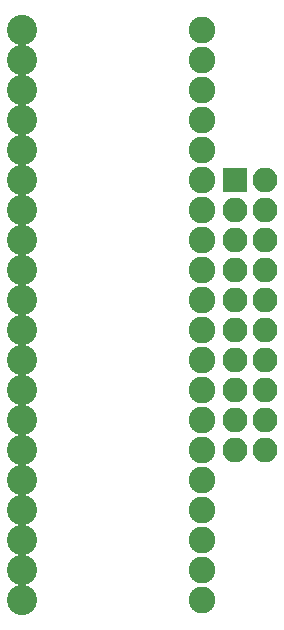
<source format=gbr>
G04 #@! TF.GenerationSoftware,KiCad,Pcbnew,(5.0.0)*
G04 #@! TF.CreationDate,2019-04-25T10:06:30+02:00*
G04 #@! TF.ProjectId,c64board,633634626F6172642E6B696361645F70,rev?*
G04 #@! TF.SameCoordinates,Original*
G04 #@! TF.FileFunction,Soldermask,Bot*
G04 #@! TF.FilePolarity,Negative*
%FSLAX46Y46*%
G04 Gerber Fmt 4.6, Leading zero omitted, Abs format (unit mm)*
G04 Created by KiCad (PCBNEW (5.0.0)) date 04/25/19 10:06:30*
%MOMM*%
%LPD*%
G01*
G04 APERTURE LIST*
%ADD10R,2.100000X2.100000*%
%ADD11O,2.100000X2.100000*%
%ADD12C,2.254200*%
%ADD13C,2.559000*%
G04 APERTURE END LIST*
D10*
G04 #@! TO.C,J1*
X152654000Y-68580000D03*
D11*
X155194000Y-68580000D03*
X152654000Y-71120000D03*
X155194000Y-71120000D03*
X152654000Y-73660000D03*
X155194000Y-73660000D03*
X152654000Y-76200000D03*
X155194000Y-76200000D03*
X152654000Y-78740000D03*
X155194000Y-78740000D03*
X152654000Y-81280000D03*
X155194000Y-81280000D03*
X152654000Y-83820000D03*
X155194000Y-83820000D03*
X152654000Y-86360000D03*
X155194000Y-86360000D03*
X152654000Y-88900000D03*
X155194000Y-88900000D03*
X152654000Y-91440000D03*
X155194000Y-91440000D03*
G04 #@! TD*
D12*
G04 #@! TO.C,U1*
X149860000Y-55880000D03*
X149860000Y-58420000D03*
X149860000Y-60960000D03*
X149860000Y-63500000D03*
X149860000Y-66040000D03*
X149860000Y-68580000D03*
X149860000Y-71120000D03*
X149860000Y-73660000D03*
X149860000Y-76200000D03*
X149860000Y-78740000D03*
X149860000Y-81280000D03*
X149860000Y-83820000D03*
X149860000Y-86360000D03*
X149860000Y-88900000D03*
X149860000Y-91440000D03*
X149860000Y-93980000D03*
X149860000Y-96520000D03*
X149860000Y-99060000D03*
X149860000Y-101600000D03*
X149860000Y-104140000D03*
D13*
X134620000Y-104140000D03*
X134620000Y-101600000D03*
X134620000Y-99060000D03*
X134620000Y-96520000D03*
X134620000Y-93980000D03*
X134620000Y-91440000D03*
X134620000Y-88900000D03*
X134620000Y-86360000D03*
X134620000Y-83820000D03*
X134620000Y-81280000D03*
X134620000Y-76200000D03*
X134620000Y-73660000D03*
X134620000Y-71120000D03*
X134620000Y-68580000D03*
X134620000Y-66040000D03*
X134620000Y-63500000D03*
X134620000Y-60960000D03*
X134620000Y-58420000D03*
X134620000Y-55880000D03*
X134620000Y-78740000D03*
G04 #@! TD*
M02*

</source>
